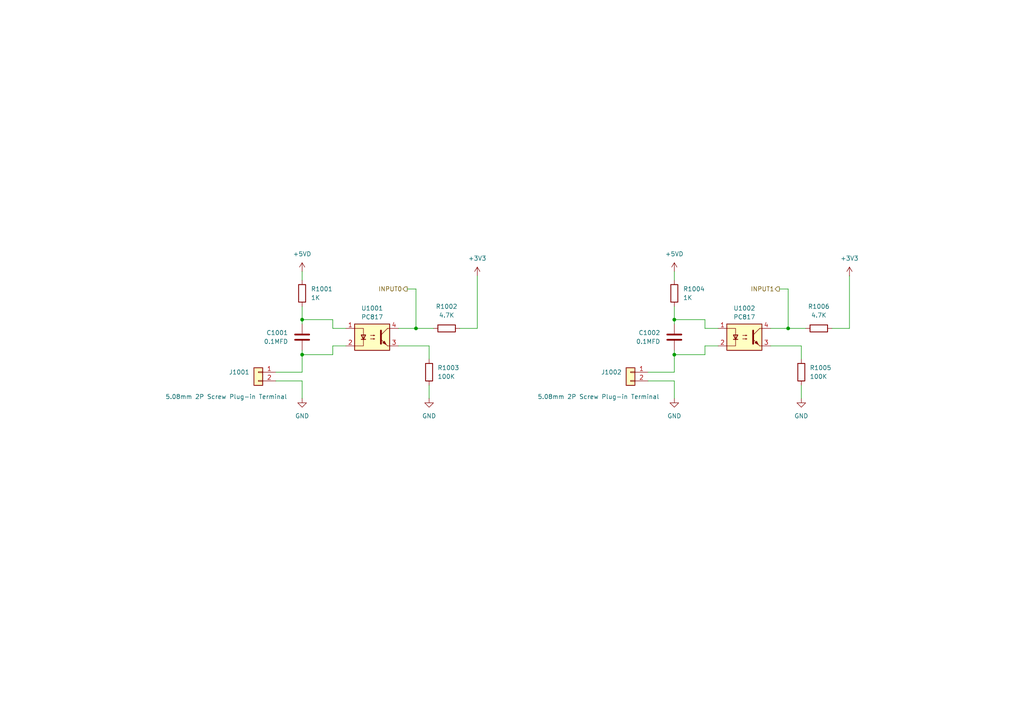
<source format=kicad_sch>
(kicad_sch (version 20250114) (generator "eeschema") (generator_version "9.0")
  (paper "A4")
  (lib_symbols
    (symbol "Connector_Generic:Conn_01x02" (pin_names (offset 1.016) (hide yes))
      (property "Reference" "J" (at 0 2.54 0))
      (property "Value" "Conn_01x02" (at 0 -5.08 0))
      (symbol "Conn_01x02_1_1"
        (rectangle (start -1.27 1.27) (end 1.27 -3.81) (stroke (width 0.254)) (fill (type background)))
        (rectangle (start -1.27 0.127) (end 0 -0.127) (stroke (width 0.1524)))
        (rectangle (start -1.27 -2.413) (end 0 -2.667) (stroke (width 0.1524)))
        (pin passive line (at -5.08 0 0) (length 3.81) (name "Pin_1") (number "1"))
        (pin passive line (at -5.08 -2.54 0) (length 3.81) (name "Pin_2") (number "2"))
      )
    )
    (symbol "Device:C" (pin_numbers (hide yes)) (pin_names (offset 0.254))
      (property "Reference" "C" (at 0.635 2.54 0))
      (property "Value" "C" (at 0.635 -2.54 0))
      (symbol "C_0_1"
        (polyline (pts (xy -2.032 0.762) (xy 2.032 0.762)) (stroke (width 0.508)))
        (polyline (pts (xy -2.032 -0.762) (xy 2.032 -0.762)) (stroke (width 0.508)))
      )
      (symbol "C_1_1"
        (pin passive line (at 0 3.81 270) (length 2.794) (name "~") (number "1"))
        (pin passive line (at 0 -3.81 90) (length 2.794) (name "~") (number "2"))
      )
    )
    (symbol "Device:R" (pin_numbers (hide yes)) (pin_names (offset 0))
      (property "Reference" "R" (at 2.032 0 90))
      (property "Value" "R" (at 0 0 90))
      (symbol "R_0_1"
        (rectangle (start -1.016 -2.54) (end 1.016 2.54) (stroke (width 0.254)))
      )
      (symbol "R_1_1"
        (pin passive line (at 0 3.81 270) (length 1.27) (name "~") (number "1"))
        (pin passive line (at 0 -3.81 90) (length 1.27) (name "~") (number "2"))
      )
    )
    (symbol "Isolator:PC817" (pin_names (offset 1.016))
      (property "Reference" "U" (at -5.08 5.08 0))
      (property "Value" "PC817" (at 0 5.08 0))
      (symbol "PC817_0_1"
        (rectangle (start -5.08 3.81) (end 5.08 -3.81) (stroke (width 0.254)) (fill (type background)))
        (polyline (pts (xy -5.08 2.54) (xy -2.54 2.54) (xy -2.54 -0.635)))
        (polyline (pts (xy -3.175 -0.635) (xy -1.905 -0.635)) (stroke (width 0.254)))
        (polyline (pts (xy -2.54 -0.635) (xy -2.54 -2.54) (xy -5.08 -2.54)))
        (polyline (pts (xy -2.54 -0.635) (xy -3.175 0.635) (xy -1.905 0.635) (xy -2.54 -0.635)) (stroke (width 0.254)))
        (polyline (pts (xy -0.508 0.508) (xy 0.762 0.508) (xy 0.381 0.381) (xy 0.381 0.635) (xy 0.762 0.508)))
        (polyline (pts (xy -0.508 -0.508) (xy 0.762 -0.508) (xy 0.381 -0.635) (xy 0.381 -0.381) (xy 0.762 -0.508)))
        (polyline (pts (xy 2.54 1.905) (xy 2.54 -1.905) (xy 2.54 -1.905)) (stroke (width 0.508)))
        (polyline (pts (xy 2.54 0.635) (xy 4.445 2.54)))
        (polyline (pts (xy 3.048 -1.651) (xy 3.556 -1.143) (xy 4.064 -2.159) (xy 3.048 -1.651) (xy 3.048 -1.651)) (fill (type outline)))
        (polyline (pts (xy 4.445 2.54) (xy 5.08 2.54)))
        (polyline (pts (xy 4.445 -2.54) (xy 2.54 -0.635)) (fill (type outline)))
        (polyline (pts (xy 4.445 -2.54) (xy 5.08 -2.54)))
      )
      (symbol "PC817_1_1"
        (pin passive line (at -7.62 2.54 0) (length 2.54) (name "~") (number "1"))
        (pin passive line (at -7.62 -2.54 0) (length 2.54) (name "~") (number "2"))
        (pin passive line (at 7.62 2.54 180) (length 2.54) (name "~") (number "4"))
        (pin passive line (at 7.62 -2.54 180) (length 2.54) (name "~") (number "3"))
      )
    )
    (symbol "power:+3V3" (power) (pin_numbers (hide yes)) (pin_names (offset 0) (hide yes))
      (property "Value" "+3V3" (at 0 3.556 0))
      (symbol "+3V3_0_1"
        (polyline (pts (xy -0.762 1.27) (xy 0 2.54)))
        (polyline (pts (xy 0 2.54) (xy 0.762 1.27)))
        (polyline (pts (xy 0 0) (xy 0 2.54)))
      )
      (symbol "+3V3_1_1"
        (pin power_in line (at 0 0 90) (length 0) (name "~") (number "1"))
      )
    )
    (symbol "power:+5VD" (power) (pin_numbers (hide yes)) (pin_names (offset 0) (hide yes))
      (property "Value" "+5VD" (at 0 3.556 0))
      (symbol "+5VD_0_1"
        (polyline (pts (xy -0.762 1.27) (xy 0 2.54)))
        (polyline (pts (xy 0 2.54) (xy 0.762 1.27)))
        (polyline (pts (xy 0 0) (xy 0 2.54)))
      )
      (symbol "+5VD_1_1"
        (pin power_in line (at 0 0 90) (length 0) (name "~") (number "1"))
      )
    )
    (symbol "power:GND" (power) (pin_numbers (hide yes)) (pin_names (offset 0) (hide yes))
      (property "Value" "GND" (at 0 -3.81 0))
      (symbol "GND_0_1"
        (polyline (pts (xy 0 0) (xy 0 -1.27) (xy 1.27 -1.27) (xy 0 -2.54) (xy -1.27 -1.27) (xy 0 -1.27)))
      )
      (symbol "GND_1_1"
        (pin power_in line (at 0 0 270) (length 0) (name "~") (number "1"))
      )
    )
  )
  (junction (at 228.6 95.25))
  (junction (at 120.65 95.25))
  (junction (at 87.63 102.87))
  (junction (at 195.58 92.71))
  (junction (at 195.58 102.87))
  (junction (at 87.63 92.71))
  (wire (pts (xy 96.52 92.71) (xy 96.52 95.25)))
  (wire (pts (xy 120.65 95.25) (xy 125.73 95.25)))
  (wire (pts (xy 96.52 95.25) (xy 100.33 95.25)))
  (wire (pts (xy 223.52 95.25) (xy 228.6 95.25)))
  (wire (pts (xy 87.63 101.6) (xy 87.63 102.87)))
  (wire (pts (xy 87.63 110.49) (xy 80.01 110.49)))
  (wire (pts (xy 124.46 111.76) (xy 124.46 115.57)))
  (wire (pts (xy 195.58 102.87) (xy 195.58 107.95)))
  (wire (pts (xy 195.58 92.71) (xy 195.58 93.98)))
  (wire (pts (xy 223.52 100.33) (xy 232.41 100.33)))
  (wire (pts (xy 204.47 100.33) (xy 208.28 100.33)))
  (wire (pts (xy 87.63 102.87) (xy 87.63 107.95)))
  (wire (pts (xy 195.58 81.28) (xy 195.58 78.74)))
  (wire (pts (xy 232.41 100.33) (xy 232.41 104.14)))
  (wire (pts (xy 115.57 100.33) (xy 124.46 100.33)))
  (wire (pts (xy 195.58 110.49) (xy 187.96 110.49)))
  (wire (pts (xy 133.35 95.25) (xy 138.43 95.25)))
  (wire (pts (xy 204.47 92.71) (xy 204.47 95.25)))
  (wire (pts (xy 118.11 83.82) (xy 120.65 83.82)))
  (wire (pts (xy 195.58 92.71) (xy 204.47 92.71)))
  (wire (pts (xy 232.41 111.76) (xy 232.41 115.57)))
  (wire (pts (xy 115.57 95.25) (xy 120.65 95.25)))
  (wire (pts (xy 195.58 110.49) (xy 195.58 115.57)))
  (wire (pts (xy 226.06 83.82) (xy 228.6 83.82)))
  (wire (pts (xy 87.63 92.71) (xy 96.52 92.71)))
  (wire (pts (xy 187.96 107.95) (xy 195.58 107.95)))
  (wire (pts (xy 241.3 95.25) (xy 246.38 95.25)))
  (wire (pts (xy 138.43 80.01) (xy 138.43 95.25)))
  (wire (pts (xy 87.63 110.49) (xy 87.63 115.57)))
  (wire (pts (xy 87.63 92.71) (xy 87.63 93.98)))
  (wire (pts (xy 204.47 95.25) (xy 208.28 95.25)))
  (wire (pts (xy 195.58 101.6) (xy 195.58 102.87)))
  (wire (pts (xy 87.63 88.9) (xy 87.63 92.71)))
  (wire (pts (xy 228.6 95.25) (xy 233.68 95.25)))
  (wire (pts (xy 195.58 88.9) (xy 195.58 92.71)))
  (wire (pts (xy 246.38 80.01) (xy 246.38 95.25)))
  (wire (pts (xy 87.63 81.28) (xy 87.63 78.74)))
  (wire (pts (xy 228.6 83.82) (xy 228.6 95.25)))
  (wire (pts (xy 120.65 83.82) (xy 120.65 95.25)))
  (wire (pts (xy 195.58 102.87) (xy 204.47 102.87)))
  (wire (pts (xy 87.63 102.87) (xy 96.52 102.87)))
  (wire (pts (xy 124.46 100.33) (xy 124.46 104.14)))
  (wire (pts (xy 96.52 100.33) (xy 100.33 100.33)))
  (wire (pts (xy 96.52 100.33) (xy 96.52 102.87)))
  (wire (pts (xy 80.01 107.95) (xy 87.63 107.95)))
  (wire (pts (xy 204.47 100.33) (xy 204.47 102.87)))
  (hierarchical_label "INPUT0" (shape output) (at 118.11 83.82 180))
  (hierarchical_label "INPUT1" (shape output) (at 226.06 83.82 180))
  (symbol (lib_id "power:GND") (at 195.58 115.57 0) (unit 1)
    (property "Reference" "#PWR01005" (effects (hide yes)))
    (property "Value" "GND" (at 195.58 120.65 0))
    (property "Description" "Power symbol creates a global label with name \"GND\" , ground" (effects (hide yes)))
  )
  (symbol (lib_id "Isolator:PC817") (at 215.9 97.79 0) (unit 1)
    (property "Reference" "U1002" (at 215.9 89.408 0))
    (property "Value" "PC817" (at 215.9 91.948 0))
    (property "Footprint" "Package_DIP:DIP-4_W7.62mm" (effects (hide yes)))
    (property "Datasheet" "http://www.soselectronic.cz/a_info/resource/d/pc817.pdf" (effects (hide yes)))
  )
  (symbol (lib_id "Device:C") (at 195.58 97.79 0) (mirror y) (unit 1)
    (property "Reference" "C1002" (at 191.516 96.52 0) (effects (justify left)))
    (property "Value" "0.1MFD" (at 191.516 99.06 0) (effects (justify left)))
    (property "Footprint" "Capacitor_SMD:C_0402_1005Metric_Pad0.74x0.62mm_HandSolder" (effects (hide yes)))
  )
  (symbol (lib_id "Device:C") (at 87.63 97.79 0) (mirror y) (unit 1)
    (property "Reference" "C1001" (at 83.566 96.52 0) (effects (justify left)))
    (property "Value" "0.1MFD" (at 83.566 99.06 0) (effects (justify left)))
    (property "Footprint" "Capacitor_SMD:C_0402_1005Metric_Pad0.74x0.62mm_HandSolder" (effects (hide yes)))
  )
  (symbol (lib_id "Device:R") (at 129.54 95.25 90) (unit 1)
    (property "Reference" "R1002" (at 129.54 88.9 90))
    (property "Value" "4.7K" (at 129.54 91.44 90))
    (property "Footprint" "Resistor_SMD:R_0402_1005Metric_Pad0.72x0.64mm_HandSolder" (effects (hide yes)))
    (property "Description" "Resistor" (effects (hide yes)))
  )
  (symbol (lib_id "Device:R") (at 195.58 85.09 0) (unit 1)
    (property "Reference" "R1004" (at 198.12 83.8199 0) (effects (justify left)))
    (property "Value" "1K" (at 198.12 86.3599 0) (effects (justify left)))
    (property "Footprint" "Resistor_SMD:R_0603_1608Metric_Pad0.98x0.95mm_HandSolder" (effects (hide yes)))
    (property "Description" "Resistor" (effects (hide yes)))
  )
  (symbol (lib_id "power:+5VD") (at 87.63 78.74 0) (unit 1)
    (property "Reference" "#PWR01008" (effects (hide yes)))
    (property "Value" "+5VD" (at 87.63 73.66 0))
    (property "Description" "Power symbol creates a global label with name \"+5VD\"" (effects (hide yes)))
  )
  (symbol (lib_id "Connector_Generic:Conn_01x02") (at 74.93 107.95 0) (mirror y) (unit 1)
    (property "Reference" "J1001" (at 72.39 107.9499 0) (effects (justify left)))
    (property "Value" "5.08mm 2P Screw Plug-in Terminal" (at 83.312 115.062 0) (effects (justify left)))
    (property "Footprint" "Connector_Phoenix_MSTB:PhoenixContact_MSTBA_2,5_2-G-5,08_1x02_P5.08mm_Horizontal" (effects (hide yes)))
    (property "Description" "Generic connector, single row, 01x02, script generated (kicad-library-utils/schlib/autogen/connector/)" (effects (hide yes)))
  )
  (symbol (lib_id "power:GND") (at 87.63 115.57 0) (unit 1)
    (property "Reference" "#PWR01002" (effects (hide yes)))
    (property "Value" "GND" (at 87.63 120.65 0))
    (property "Description" "Power symbol creates a global label with name \"GND\" , ground" (effects (hide yes)))
  )
  (symbol (lib_id "power:GND") (at 124.46 115.57 0) (unit 1)
    (property "Reference" "#PWR01003" (effects (hide yes)))
    (property "Value" "GND" (at 124.46 120.65 0))
    (property "Description" "Power symbol creates a global label with name \"GND\" , ground" (effects (hide yes)))
  )
  (symbol (lib_id "power:+3V3") (at 246.38 80.01 0) (unit 1)
    (property "Reference" "#PWR01007" (effects (hide yes)))
    (property "Value" "+3V3" (at 246.38 74.93 0))
    (property "Description" "Power symbol creates a global label with name \"+3V3\"" (effects (hide yes)))
  )
  (symbol (lib_id "Isolator:PC817") (at 107.95 97.79 0) (unit 1)
    (property "Reference" "U1001" (at 107.95 89.408 0))
    (property "Value" "PC817" (at 107.95 91.948 0))
    (property "Footprint" "Package_DIP:DIP-4_W7.62mm" (effects (hide yes)))
    (property "Datasheet" "http://www.soselectronic.cz/a_info/resource/d/pc817.pdf" (effects (hide yes)))
  )
  (symbol (lib_id "power:+3V3") (at 138.43 80.01 0) (unit 1)
    (property "Reference" "#PWR01009" (effects (hide yes)))
    (property "Value" "+3V3" (at 138.43 74.93 0))
    (property "Description" "Power symbol creates a global label with name \"+3V3\"" (effects (hide yes)))
  )
  (symbol (lib_id "Device:R") (at 237.49 95.25 90) (unit 1)
    (property "Reference" "R1006" (at 237.49 88.9 90))
    (property "Value" "4.7K" (at 237.49 91.44 90))
    (property "Footprint" "Resistor_SMD:R_0402_1005Metric_Pad0.72x0.64mm_HandSolder" (effects (hide yes)))
    (property "Description" "Resistor" (effects (hide yes)))
  )
  (symbol (lib_id "Device:R") (at 232.41 107.95 180) (unit 1)
    (property "Reference" "R1005" (at 234.8357 106.6799 0) (effects (justify right)))
    (property "Value" "100K" (at 234.8357 109.2199 0) (effects (justify right)))
    (property "Footprint" "Resistor_SMD:R_0402_1005Metric_Pad0.72x0.64mm_HandSolder" (effects (hide yes)))
    (property "Description" "Resistor" (effects (hide yes)))
  )
  (symbol (lib_id "Device:R") (at 124.46 107.95 180) (unit 1)
    (property "Reference" "R1003" (at 126.8857 106.6799 0) (effects (justify right)))
    (property "Value" "100K" (at 126.8857 109.2199 0) (effects (justify right)))
    (property "Footprint" "Resistor_SMD:R_0402_1005Metric_Pad0.72x0.64mm_HandSolder" (effects (hide yes)))
    (property "Description" "Resistor" (effects (hide yes)))
  )
  (symbol (lib_id "Connector_Generic:Conn_01x02") (at 182.88 107.95 0) (mirror y) (unit 1)
    (property "Reference" "J1002" (at 180.34 107.9499 0) (effects (justify left)))
    (property "Value" "5.08mm 2P Screw Plug-in Terminal" (at 191.262 115.062 0) (effects (justify left)))
    (property "Footprint" "Connector_Phoenix_MSTB:PhoenixContact_MSTBA_2,5_2-G-5,08_1x02_P5.08mm_Horizontal" (effects (hide yes)))
    (property "Description" "Generic connector, single row, 01x02, script generated (kicad-library-utils/schlib/autogen/connector/)" (effects (hide yes)))
  )
  (symbol (lib_id "power:+5VD") (at 195.58 78.74 0) (unit 1)
    (property "Reference" "#PWR01001" (effects (hide yes)))
    (property "Value" "+5VD" (at 195.58 73.66 0))
    (property "Description" "Power symbol creates a global label with name \"+5VD\"" (effects (hide yes)))
  )
  (symbol (lib_id "Device:R") (at 87.63 85.09 0) (unit 1)
    (property "Reference" "R1001" (at 90.17 83.8199 0) (effects (justify left)))
    (property "Value" "1K" (at 90.17 86.3599 0) (effects (justify left)))
    (property "Footprint" "Resistor_SMD:R_0603_1608Metric_Pad0.98x0.95mm_HandSolder" (effects (hide yes)))
    (property "Description" "Resistor" (effects (hide yes)))
  )
  (symbol (lib_id "power:GND") (at 232.41 115.57 0) (unit 1)
    (property "Reference" "#PWR01006" (effects (hide yes)))
    (property "Value" "GND" (at 232.41 120.65 0))
    (property "Description" "Power symbol creates a global label with name \"GND\" , ground" (effects (hide yes)))
  )
)
</source>
